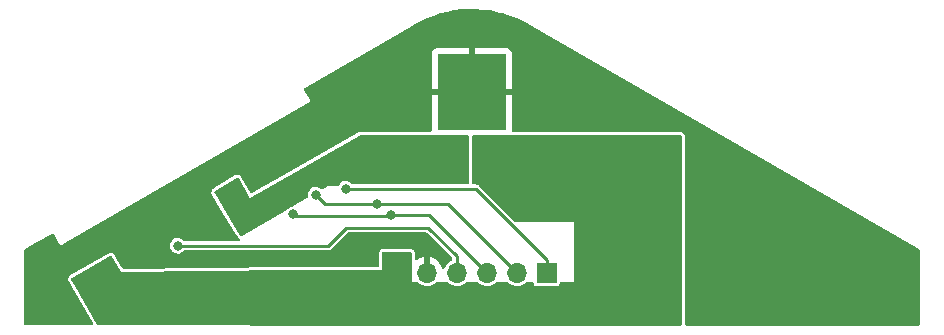
<source format=gbl>
G04 #@! TF.GenerationSoftware,KiCad,Pcbnew,(6.0.2)*
G04 #@! TF.CreationDate,2022-06-23T15:06:55+02:00*
G04 #@! TF.ProjectId,cup_connect,6375705f-636f-46e6-9e65-63742e6b6963,rev?*
G04 #@! TF.SameCoordinates,Original*
G04 #@! TF.FileFunction,Copper,L2,Bot*
G04 #@! TF.FilePolarity,Positive*
%FSLAX46Y46*%
G04 Gerber Fmt 4.6, Leading zero omitted, Abs format (unit mm)*
G04 Created by KiCad (PCBNEW (6.0.2)) date 2022-06-23 15:06:55*
%MOMM*%
%LPD*%
G01*
G04 APERTURE LIST*
G04 #@! TA.AperFunction,ComponentPad*
%ADD10R,1.700000X1.700000*%
G04 #@! TD*
G04 #@! TA.AperFunction,ComponentPad*
%ADD11O,1.700000X1.700000*%
G04 #@! TD*
G04 #@! TA.AperFunction,SMDPad,CuDef*
%ADD12R,1.200000X2.200000*%
G04 #@! TD*
G04 #@! TA.AperFunction,SMDPad,CuDef*
%ADD13R,5.800000X6.400000*%
G04 #@! TD*
G04 #@! TA.AperFunction,ViaPad*
%ADD14C,0.800000*%
G04 #@! TD*
G04 #@! TA.AperFunction,Conductor*
%ADD15C,0.250000*%
G04 #@! TD*
G04 APERTURE END LIST*
D10*
X6325000Y-24130000D03*
D11*
X3785000Y-24130000D03*
X1245000Y-24130000D03*
X-1295000Y-24130000D03*
X-3835000Y-24130000D03*
X-6375000Y-24130000D03*
D12*
X2280000Y-15122000D03*
D13*
X0Y-8822000D03*
D12*
X-2280000Y-15122000D03*
D14*
X-20421600Y-17272000D03*
X-6287000Y-15431000D03*
X-6096000Y-14224000D03*
X2032000Y-7112000D03*
X0Y-11176000D03*
X-2032000Y-9144000D03*
X-25247600Y-19024600D03*
X0Y-9144000D03*
X-23037800Y-17830800D03*
X-24688800Y-20015200D03*
X-22504400Y-18745200D03*
X0Y-7112000D03*
X2032000Y-11176000D03*
X-2032000Y-7112000D03*
X2032000Y-9144000D03*
X-2032000Y-11176000D03*
X-31292800Y-23774400D03*
X5588000Y-14478000D03*
X-24892000Y-21844000D03*
X-10668000Y-17018000D03*
X-13208000Y-17526000D03*
X-8026400Y-18338800D03*
X-6858000Y-19278600D03*
X-15113000Y-19177000D03*
D15*
X-10668000Y-20320000D02*
X-12192000Y-21844000D01*
X-1295000Y-22708000D02*
X-3683000Y-20320000D01*
X-1295000Y-24130000D02*
X-1295000Y-22708000D01*
X-3683000Y-20320000D02*
X-10668000Y-20320000D01*
X-12192000Y-21844000D02*
X-24892000Y-21844000D01*
X6325000Y-23030000D02*
X313000Y-17018000D01*
X313000Y-17018000D02*
X-10668000Y-17018000D01*
X6325000Y-24130000D02*
X6325000Y-23030000D01*
X-13208000Y-17526000D02*
X-12395200Y-18338800D01*
X-2006200Y-18338800D02*
X-8026400Y-18338800D01*
X-12395200Y-18338800D02*
X-8026400Y-18338800D01*
X3785000Y-24130000D02*
X-2006200Y-18338800D01*
X1245000Y-24130000D02*
X-3606400Y-19278600D01*
X-14986000Y-19304000D02*
X-6883400Y-19304000D01*
X-15113000Y-19177000D02*
X-14986000Y-19304000D01*
X-6883400Y-19304000D02*
X-6858000Y-19278600D01*
X-3606400Y-19278600D02*
X-6858000Y-19278600D01*
G04 #@! TA.AperFunction,Conductor*
G36*
X17722121Y-12491402D02*
G01*
X17768614Y-12545058D01*
X17780000Y-12597400D01*
X17780000Y-28469201D01*
X17759998Y-28537322D01*
X17706342Y-28583815D01*
X17653995Y-28595201D01*
X-5749742Y-28594290D01*
X-31630151Y-28593283D01*
X-31698270Y-28573278D01*
X-31739544Y-28529797D01*
X-33622571Y-25234500D01*
X-33906374Y-24737844D01*
X-33922804Y-24668775D01*
X-33899285Y-24601788D01*
X-33859662Y-24566032D01*
X-32646036Y-23869970D01*
X-30638555Y-22718602D01*
X-30569513Y-22702061D01*
X-30502488Y-22725474D01*
X-30467472Y-22763666D01*
X-29808311Y-23876000D01*
X-29718000Y-24028400D01*
X-15312887Y-23929054D01*
X-7638117Y-23876125D01*
X-7620000Y-23876000D01*
X-7620000Y-22478000D01*
X-7599998Y-22409879D01*
X-7546342Y-22363386D01*
X-7494000Y-22352000D01*
X-5206000Y-22352000D01*
X-5137879Y-22372002D01*
X-5091386Y-22425658D01*
X-5080000Y-22478000D01*
X-5080000Y-24892000D01*
X-4686979Y-24892000D01*
X-4618858Y-24912002D01*
X-4599058Y-24927746D01*
X-4537207Y-24987998D01*
X-4537202Y-24988002D01*
X-4533062Y-24992035D01*
X-4364280Y-25104812D01*
X-4358977Y-25107090D01*
X-4358974Y-25107092D01*
X-4227717Y-25163484D01*
X-4177772Y-25184942D01*
X-4104756Y-25201464D01*
X-3985421Y-25228467D01*
X-3985416Y-25228468D01*
X-3979784Y-25229742D01*
X-3974013Y-25229969D01*
X-3974011Y-25229969D01*
X-3914244Y-25232317D01*
X-3776947Y-25237712D01*
X-3669652Y-25222155D01*
X-3581769Y-25209413D01*
X-3581764Y-25209412D01*
X-3576055Y-25208584D01*
X-3570591Y-25206729D01*
X-3570586Y-25206728D01*
X-3389307Y-25145192D01*
X-3389302Y-25145190D01*
X-3383835Y-25143334D01*
X-3206724Y-25044147D01*
X-3159735Y-25005067D01*
X-3058808Y-24921126D01*
X-2993643Y-24892945D01*
X-2978238Y-24892000D01*
X-2146979Y-24892000D01*
X-2078858Y-24912002D01*
X-2059058Y-24927746D01*
X-1997207Y-24987998D01*
X-1997202Y-24988002D01*
X-1993062Y-24992035D01*
X-1824280Y-25104812D01*
X-1818977Y-25107090D01*
X-1818974Y-25107092D01*
X-1687717Y-25163484D01*
X-1637772Y-25184942D01*
X-1564756Y-25201464D01*
X-1445421Y-25228467D01*
X-1445416Y-25228468D01*
X-1439784Y-25229742D01*
X-1434013Y-25229969D01*
X-1434011Y-25229969D01*
X-1374244Y-25232317D01*
X-1236947Y-25237712D01*
X-1129652Y-25222155D01*
X-1041769Y-25209413D01*
X-1041764Y-25209412D01*
X-1036055Y-25208584D01*
X-1030591Y-25206729D01*
X-1030586Y-25206728D01*
X-849307Y-25145192D01*
X-849302Y-25145190D01*
X-843835Y-25143334D01*
X-666724Y-25044147D01*
X-619735Y-25005067D01*
X-518808Y-24921126D01*
X-453643Y-24892945D01*
X-438238Y-24892000D01*
X393021Y-24892000D01*
X461142Y-24912002D01*
X480942Y-24927746D01*
X542793Y-24987998D01*
X542798Y-24988002D01*
X546938Y-24992035D01*
X715720Y-25104812D01*
X721023Y-25107090D01*
X721026Y-25107092D01*
X852283Y-25163484D01*
X902228Y-25184942D01*
X975244Y-25201464D01*
X1094579Y-25228467D01*
X1094584Y-25228468D01*
X1100216Y-25229742D01*
X1105987Y-25229969D01*
X1105989Y-25229969D01*
X1165756Y-25232317D01*
X1303053Y-25237712D01*
X1410348Y-25222155D01*
X1498231Y-25209413D01*
X1498236Y-25209412D01*
X1503945Y-25208584D01*
X1509409Y-25206729D01*
X1509414Y-25206728D01*
X1690693Y-25145192D01*
X1690698Y-25145190D01*
X1696165Y-25143334D01*
X1873276Y-25044147D01*
X1920265Y-25005067D01*
X2021192Y-24921126D01*
X2086357Y-24892945D01*
X2101762Y-24892000D01*
X2933021Y-24892000D01*
X3001142Y-24912002D01*
X3020942Y-24927746D01*
X3082793Y-24987998D01*
X3082798Y-24988002D01*
X3086938Y-24992035D01*
X3255720Y-25104812D01*
X3261023Y-25107090D01*
X3261026Y-25107092D01*
X3392283Y-25163484D01*
X3442228Y-25184942D01*
X3515244Y-25201464D01*
X3634579Y-25228467D01*
X3634584Y-25228468D01*
X3640216Y-25229742D01*
X3645987Y-25229969D01*
X3645989Y-25229969D01*
X3705756Y-25232317D01*
X3843053Y-25237712D01*
X3950348Y-25222155D01*
X4038231Y-25209413D01*
X4038236Y-25209412D01*
X4043945Y-25208584D01*
X4049409Y-25206729D01*
X4049414Y-25206728D01*
X4230693Y-25145192D01*
X4230698Y-25145190D01*
X4236165Y-25143334D01*
X4413276Y-25044147D01*
X4460265Y-25005067D01*
X4561192Y-24921126D01*
X4626357Y-24892945D01*
X4641762Y-24892000D01*
X5095775Y-24892000D01*
X5163896Y-24912002D01*
X5210389Y-24965658D01*
X5220501Y-25003174D01*
X5220501Y-25005066D01*
X5235266Y-25079301D01*
X5242161Y-25089620D01*
X5242162Y-25089622D01*
X5282516Y-25150015D01*
X5291516Y-25163484D01*
X5375699Y-25219734D01*
X5449933Y-25234500D01*
X6324858Y-25234500D01*
X7200066Y-25234499D01*
X7235818Y-25227388D01*
X7262126Y-25222156D01*
X7262128Y-25222155D01*
X7274301Y-25219734D01*
X7284621Y-25212839D01*
X7284622Y-25212838D01*
X7348168Y-25170377D01*
X7358484Y-25163484D01*
X7414734Y-25079301D01*
X7429500Y-25005067D01*
X7429500Y-25003998D01*
X7455414Y-24939820D01*
X7513368Y-24898809D01*
X7554226Y-24892000D01*
X8636000Y-24892000D01*
X8636000Y-19812000D01*
X3695884Y-19812000D01*
X3627763Y-19791998D01*
X3606789Y-19775095D01*
X619478Y-16787784D01*
X604336Y-16769036D01*
X603221Y-16767811D01*
X597571Y-16759060D01*
X589393Y-16752613D01*
X589391Y-16752611D01*
X571200Y-16738271D01*
X566759Y-16734325D01*
X566697Y-16734398D01*
X562733Y-16731039D01*
X559056Y-16727362D01*
X543308Y-16716108D01*
X538638Y-16712602D01*
X498353Y-16680844D01*
X489719Y-16677812D01*
X482266Y-16672486D01*
X433150Y-16657797D01*
X427508Y-16655964D01*
X386633Y-16641610D01*
X386632Y-16641610D01*
X379149Y-16638982D01*
X373584Y-16638500D01*
X370876Y-16638500D01*
X368242Y-16638386D01*
X368144Y-16638357D01*
X368151Y-16638193D01*
X367447Y-16638149D01*
X361222Y-16636287D01*
X307365Y-16638403D01*
X302418Y-16638500D01*
X126000Y-16638500D01*
X57879Y-16618498D01*
X11386Y-16564842D01*
X0Y-16512500D01*
X0Y-12597400D01*
X20002Y-12529279D01*
X73658Y-12482786D01*
X126000Y-12471400D01*
X17654000Y-12471400D01*
X17722121Y-12491402D01*
G37*
G04 #@! TD.AperFunction*
G04 #@! TA.AperFunction,Conductor*
G36*
X-309522Y-12466002D02*
G01*
X-263029Y-12519658D01*
X-253139Y-12588453D01*
X-253038Y-12588460D01*
X-253071Y-12588925D01*
X-252926Y-12589933D01*
X-254000Y-12597400D01*
X-254000Y-16512500D01*
X-274002Y-16580621D01*
X-327658Y-16627114D01*
X-380000Y-16638500D01*
X-10068318Y-16638500D01*
X-10136439Y-16618498D01*
X-10162886Y-16592860D01*
X-10164122Y-16593949D01*
X-10169145Y-16588251D01*
X-10173447Y-16581992D01*
X-10291725Y-16476611D01*
X-10299111Y-16472700D01*
X-10425012Y-16406039D01*
X-10425011Y-16406039D01*
X-10431726Y-16402484D01*
X-10585367Y-16363892D01*
X-10592966Y-16363852D01*
X-10592967Y-16363852D01*
X-10658819Y-16363507D01*
X-10743779Y-16363062D01*
X-10751159Y-16364834D01*
X-10751161Y-16364834D01*
X-10890437Y-16398271D01*
X-10890440Y-16398272D01*
X-10897816Y-16400043D01*
X-11038586Y-16472700D01*
X-11157961Y-16576838D01*
X-11249050Y-16706444D01*
X-11250801Y-16705214D01*
X-11293048Y-16748118D01*
X-11354285Y-16764000D01*
X-12192000Y-16764000D01*
X-12447949Y-16914039D01*
X-12648111Y-17031375D01*
X-12716994Y-17048569D01*
X-12784238Y-17025793D01*
X-12795650Y-17016752D01*
X-12826049Y-16989668D01*
X-12831725Y-16984611D01*
X-12971726Y-16910484D01*
X-13125367Y-16871892D01*
X-13132966Y-16871852D01*
X-13132967Y-16871852D01*
X-13198819Y-16871507D01*
X-13283779Y-16871062D01*
X-13291159Y-16872834D01*
X-13291161Y-16872834D01*
X-13430437Y-16906271D01*
X-13430440Y-16906272D01*
X-13437816Y-16908043D01*
X-13578586Y-16980700D01*
X-13697961Y-17084838D01*
X-13789050Y-17214444D01*
X-13846594Y-17362037D01*
X-13867271Y-17519096D01*
X-13866437Y-17526646D01*
X-13852703Y-17651051D01*
X-13865109Y-17720956D01*
X-13914221Y-17773578D01*
X-13917771Y-17775659D01*
X-15176491Y-18513529D01*
X-15210798Y-18527348D01*
X-15335436Y-18557271D01*
X-15335438Y-18557272D01*
X-15342816Y-18559043D01*
X-15483586Y-18631700D01*
X-15489305Y-18636689D01*
X-15582304Y-18717818D01*
X-15602961Y-18735838D01*
X-15607326Y-18742049D01*
X-15620314Y-18760529D01*
X-15659679Y-18796777D01*
X-19450404Y-21018926D01*
X-19519287Y-21036120D01*
X-19586531Y-21013344D01*
X-19622169Y-20975052D01*
X-21069686Y-18562524D01*
X-21780342Y-17378096D01*
X-21798238Y-17309393D01*
X-21776149Y-17241921D01*
X-21739080Y-17206425D01*
X-19923149Y-16071468D01*
X-19854781Y-16052326D01*
X-19786918Y-16073185D01*
X-19746970Y-16115803D01*
X-18829739Y-17720956D01*
X-18796000Y-17780000D01*
X-17467159Y-17025793D01*
X-9426930Y-12462420D01*
X-9364736Y-12446000D01*
X-377643Y-12446000D01*
X-309522Y-12466002D01*
G37*
G04 #@! TD.AperFunction*
G04 #@! TA.AperFunction,Conductor*
G36*
X5674Y-1802013D02*
G01*
X304324Y-1802272D01*
X312090Y-1802518D01*
X902731Y-1839507D01*
X910467Y-1840232D01*
X1204472Y-1876942D01*
X1497696Y-1913554D01*
X1505347Y-1914750D01*
X2086957Y-2024131D01*
X2094536Y-2025800D01*
X2370514Y-2095555D01*
X2668272Y-2170815D01*
X2675743Y-2172950D01*
X3239464Y-2353056D01*
X3246789Y-2355648D01*
X3798322Y-2570153D01*
X3805473Y-2573191D01*
X4342744Y-2821286D01*
X4349694Y-2824759D01*
X4842348Y-3090245D01*
X4856677Y-3100215D01*
X4862264Y-3103452D01*
X4871580Y-3111647D01*
X4884257Y-3115971D01*
X4906566Y-3126100D01*
X37859407Y-22151432D01*
X37861782Y-22152803D01*
X37910775Y-22204185D01*
X37924782Y-22261971D01*
X37922348Y-28470034D01*
X37902319Y-28538147D01*
X37848645Y-28584619D01*
X37796343Y-28595985D01*
X26604732Y-28595550D01*
X18159994Y-28595221D01*
X18091874Y-28575216D01*
X18045383Y-28521559D01*
X18035357Y-28469201D01*
X18034000Y-28469201D01*
X18034000Y-12597400D01*
X18028196Y-12543410D01*
X18016810Y-12491068D01*
X18009616Y-12464845D01*
X17986403Y-12424080D01*
X17963638Y-12384102D01*
X17963635Y-12384098D01*
X17960575Y-12378724D01*
X17914082Y-12325068D01*
X17881498Y-12293627D01*
X17793681Y-12247691D01*
X17725560Y-12227689D01*
X17721101Y-12227048D01*
X17721097Y-12227047D01*
X17688017Y-12222291D01*
X17654000Y-12217400D01*
X3532426Y-12217400D01*
X3464305Y-12197398D01*
X3417812Y-12143742D01*
X3407163Y-12077789D01*
X3407631Y-12073478D01*
X3408000Y-12066672D01*
X3408000Y-9094115D01*
X3403525Y-9078876D01*
X3402135Y-9077671D01*
X3394452Y-9076000D01*
X-3389884Y-9076000D01*
X-3405123Y-9080475D01*
X-3406328Y-9081865D01*
X-3407999Y-9089548D01*
X-3407999Y-12066000D01*
X-3428001Y-12134121D01*
X-3481657Y-12180614D01*
X-3533999Y-12192000D01*
X-9364736Y-12192000D01*
X-9368773Y-12192524D01*
X-9368774Y-12192524D01*
X-9425538Y-12199891D01*
X-9425541Y-12199892D01*
X-9429574Y-12200415D01*
X-9491768Y-12216835D01*
X-9552306Y-12241520D01*
X-9555837Y-12243524D01*
X-9555845Y-12243528D01*
X-16072371Y-15942097D01*
X-17592535Y-16804893D01*
X-18591858Y-17372076D01*
X-18660972Y-17388306D01*
X-18727891Y-17364591D01*
X-18763449Y-17325010D01*
X-18764241Y-17323623D01*
X-19526436Y-15989784D01*
X-19561654Y-15942097D01*
X-19601602Y-15899479D01*
X-19606585Y-15894797D01*
X-19619090Y-15883045D01*
X-19619094Y-15883042D01*
X-19625061Y-15877435D01*
X-19632272Y-15873546D01*
X-19632274Y-15873545D01*
X-19668040Y-15854258D01*
X-19712292Y-15830395D01*
X-19723747Y-15826874D01*
X-19777466Y-15810362D01*
X-19777477Y-15810359D01*
X-19780155Y-15809536D01*
X-19790898Y-15807258D01*
X-19815633Y-15802013D01*
X-19815635Y-15802013D01*
X-19824449Y-15800144D01*
X-19833436Y-15800834D01*
X-19833437Y-15800834D01*
X-19868971Y-15803563D01*
X-19923264Y-15807732D01*
X-19991632Y-15826874D01*
X-20057769Y-15856076D01*
X-20061585Y-15858461D01*
X-21870952Y-16989315D01*
X-21870959Y-16989320D01*
X-21873700Y-16991033D01*
X-21914751Y-17022970D01*
X-21951820Y-17058466D01*
X-21968925Y-17076532D01*
X-21972719Y-17083272D01*
X-21972720Y-17083273D01*
X-21999122Y-17130174D01*
X-22017542Y-17162894D01*
X-22039631Y-17230366D01*
X-22049828Y-17274483D01*
X-22044036Y-17373419D01*
X-22026140Y-17442122D01*
X-22024397Y-17446272D01*
X-22024396Y-17446275D01*
X-22014768Y-17469199D01*
X-21998145Y-17508778D01*
X-21995832Y-17512633D01*
X-21995830Y-17512637D01*
X-21287489Y-18693206D01*
X-20061569Y-20736405D01*
X-19839972Y-21105734D01*
X-19808102Y-21148098D01*
X-19772464Y-21186390D01*
X-19753877Y-21204424D01*
X-19712138Y-21228484D01*
X-19710657Y-21229338D01*
X-19661629Y-21280687D01*
X-19648145Y-21350392D01*
X-19674487Y-21416321D01*
X-19732292Y-21457542D01*
X-19773583Y-21464500D01*
X-24292318Y-21464500D01*
X-24360439Y-21444498D01*
X-24386886Y-21418860D01*
X-24388122Y-21419949D01*
X-24393145Y-21414251D01*
X-24397447Y-21407992D01*
X-24515725Y-21302611D01*
X-24523111Y-21298700D01*
X-24649012Y-21232039D01*
X-24649011Y-21232039D01*
X-24655726Y-21228484D01*
X-24809367Y-21189892D01*
X-24816966Y-21189852D01*
X-24816967Y-21189852D01*
X-24882819Y-21189507D01*
X-24967779Y-21189062D01*
X-24975159Y-21190834D01*
X-24975161Y-21190834D01*
X-25114437Y-21224271D01*
X-25114440Y-21224272D01*
X-25121816Y-21226043D01*
X-25262586Y-21298700D01*
X-25381961Y-21402838D01*
X-25473050Y-21532444D01*
X-25475810Y-21539524D01*
X-25521298Y-21656195D01*
X-25530594Y-21680037D01*
X-25531586Y-21687570D01*
X-25531586Y-21687571D01*
X-25549517Y-21823774D01*
X-25551271Y-21837096D01*
X-25542969Y-21912291D01*
X-25537671Y-21960275D01*
X-25533887Y-21994553D01*
X-25531277Y-22001684D01*
X-25531277Y-22001686D01*
X-25483897Y-22131158D01*
X-25479447Y-22143319D01*
X-25475211Y-22149622D01*
X-25475211Y-22149623D01*
X-25426141Y-22222646D01*
X-25391092Y-22274805D01*
X-25385474Y-22279917D01*
X-25286451Y-22370020D01*
X-25273924Y-22381419D01*
X-25134707Y-22457008D01*
X-24981478Y-22497207D01*
X-24897523Y-22498526D01*
X-24830681Y-22499576D01*
X-24830678Y-22499576D01*
X-24823084Y-22499695D01*
X-24668668Y-22464329D01*
X-24553567Y-22406440D01*
X-24533928Y-22396563D01*
X-24533925Y-22396561D01*
X-24527145Y-22393151D01*
X-24521374Y-22388222D01*
X-24521371Y-22388220D01*
X-24412458Y-22295199D01*
X-24412457Y-22295198D01*
X-24406686Y-22290269D01*
X-24396414Y-22275974D01*
X-24340419Y-22232326D01*
X-24294091Y-22223500D01*
X-12245920Y-22223500D01*
X-12221972Y-22226049D01*
X-12220307Y-22226128D01*
X-12210124Y-22228320D01*
X-12199783Y-22227096D01*
X-12176777Y-22224373D01*
X-12170846Y-22224023D01*
X-12170854Y-22223928D01*
X-12165676Y-22223500D01*
X-12160476Y-22223500D01*
X-12155347Y-22222646D01*
X-12155344Y-22222646D01*
X-12141435Y-22220331D01*
X-12135557Y-22219494D01*
X-12094999Y-22214694D01*
X-12094998Y-22214694D01*
X-12084659Y-22213470D01*
X-12076407Y-22209507D01*
X-12067374Y-22208004D01*
X-12058205Y-22203057D01*
X-12058203Y-22203056D01*
X-12022268Y-22183666D01*
X-12016975Y-22180969D01*
X-11977918Y-22162215D01*
X-11977914Y-22162212D01*
X-11970768Y-22158781D01*
X-11966492Y-22155186D01*
X-11964569Y-22153263D01*
X-11962637Y-22151491D01*
X-11962558Y-22151448D01*
X-11962445Y-22151572D01*
X-11961905Y-22151096D01*
X-11956186Y-22148010D01*
X-11919583Y-22108413D01*
X-11916154Y-22104848D01*
X-10547710Y-20736405D01*
X-10485398Y-20702379D01*
X-10458615Y-20699500D01*
X-3892384Y-20699500D01*
X-3824263Y-20719502D01*
X-3803289Y-20736405D01*
X-1711405Y-22828289D01*
X-1677379Y-22890601D01*
X-1674500Y-22917384D01*
X-1674500Y-23004839D01*
X-1694502Y-23072960D01*
X-1748158Y-23119453D01*
X-1756882Y-23123049D01*
X-1772537Y-23128824D01*
X-1946990Y-23232612D01*
X-1951330Y-23236418D01*
X-1951334Y-23236421D01*
X-2095267Y-23362648D01*
X-2099608Y-23366455D01*
X-2225280Y-23525869D01*
X-2227969Y-23530980D01*
X-2227971Y-23530983D01*
X-2317411Y-23700980D01*
X-2366830Y-23751952D01*
X-2435963Y-23768115D01*
X-2502859Y-23744336D01*
X-2542997Y-23689973D01*
X-2545045Y-23690863D01*
X-2632028Y-23490814D01*
X-2636895Y-23481739D01*
X-2752574Y-23302926D01*
X-2758864Y-23294757D01*
X-2902194Y-23137240D01*
X-2909727Y-23130215D01*
X-3076861Y-22998222D01*
X-3085448Y-22992517D01*
X-3271883Y-22889599D01*
X-3281295Y-22885369D01*
X-3482041Y-22814280D01*
X-3492012Y-22811646D01*
X-3563163Y-22798972D01*
X-3576460Y-22800432D01*
X-3581000Y-22814989D01*
X-3581000Y-24258000D01*
X-3601002Y-24326121D01*
X-3654658Y-24372614D01*
X-3707000Y-24384000D01*
X-3963000Y-24384000D01*
X-4031121Y-24363998D01*
X-4077614Y-24310342D01*
X-4089000Y-24258000D01*
X-4089000Y-22813102D01*
X-4092918Y-22799758D01*
X-4107194Y-22797771D01*
X-4145676Y-22803660D01*
X-4155712Y-22806051D01*
X-4358132Y-22872212D01*
X-4367641Y-22876209D01*
X-4556537Y-22974542D01*
X-4565262Y-22980036D01*
X-4624347Y-23024399D01*
X-4690831Y-23049305D01*
X-4760227Y-23034313D01*
X-4810501Y-22984183D01*
X-4826000Y-22923639D01*
X-4826000Y-22478000D01*
X-4826480Y-22473537D01*
X-4831442Y-22427374D01*
X-4831443Y-22427367D01*
X-4831804Y-22424010D01*
X-4835626Y-22406440D01*
X-4842830Y-22373322D01*
X-4842832Y-22373315D01*
X-4843190Y-22371668D01*
X-4850384Y-22345445D01*
X-4878996Y-22295199D01*
X-4896362Y-22264702D01*
X-4896365Y-22264698D01*
X-4899425Y-22259324D01*
X-4930096Y-22223928D01*
X-4944078Y-22207791D01*
X-4944083Y-22207786D01*
X-4945918Y-22205668D01*
X-4978502Y-22174227D01*
X-5066319Y-22128291D01*
X-5134440Y-22108289D01*
X-5138899Y-22107648D01*
X-5138903Y-22107647D01*
X-5170220Y-22103145D01*
X-5206000Y-22098000D01*
X-7494000Y-22098000D01*
X-7497347Y-22098360D01*
X-7497351Y-22098360D01*
X-7544626Y-22103442D01*
X-7544633Y-22103443D01*
X-7547990Y-22103804D01*
X-7551290Y-22104522D01*
X-7551291Y-22104522D01*
X-7598678Y-22114830D01*
X-7598685Y-22114832D01*
X-7600332Y-22115190D01*
X-7626555Y-22122384D01*
X-7650791Y-22136185D01*
X-7707298Y-22168362D01*
X-7707302Y-22168365D01*
X-7712676Y-22171425D01*
X-7717353Y-22175478D01*
X-7762611Y-22214694D01*
X-7766332Y-22217918D01*
X-7797773Y-22250502D01*
X-7843709Y-22338319D01*
X-7863711Y-22406440D01*
X-7874000Y-22478000D01*
X-7874000Y-23498612D01*
X-7894002Y-23566733D01*
X-7947658Y-23613226D01*
X-7999131Y-23624609D01*
X-15314639Y-23675060D01*
X-29501492Y-23772901D01*
X-29569749Y-23753369D01*
X-29610758Y-23711139D01*
X-29614090Y-23705515D01*
X-30112058Y-22865194D01*
X-30247298Y-22636977D01*
X-30247299Y-22636975D01*
X-30248958Y-22634176D01*
X-30250901Y-22631558D01*
X-30278307Y-22594633D01*
X-30278309Y-22594631D01*
X-30280251Y-22592014D01*
X-30315267Y-22553822D01*
X-30317216Y-22551899D01*
X-30327808Y-22541446D01*
X-30327812Y-22541443D01*
X-30333337Y-22535991D01*
X-30372243Y-22513069D01*
X-30413388Y-22488827D01*
X-30413391Y-22488826D01*
X-30418725Y-22485683D01*
X-30424571Y-22483641D01*
X-30424573Y-22483640D01*
X-30483093Y-22463198D01*
X-30483096Y-22463197D01*
X-30485750Y-22462270D01*
X-30529660Y-22451207D01*
X-30616482Y-22454577D01*
X-30622509Y-22454811D01*
X-30628691Y-22455051D01*
X-30697733Y-22471592D01*
X-30701910Y-22473250D01*
X-30701912Y-22473251D01*
X-30735957Y-22486768D01*
X-30764925Y-22498269D01*
X-30768828Y-22500508D01*
X-30768831Y-22500509D01*
X-32495488Y-23490814D01*
X-32772406Y-23649637D01*
X-33986032Y-24345699D01*
X-34029829Y-24377461D01*
X-34032314Y-24379704D01*
X-34032322Y-24379710D01*
X-34068207Y-24412093D01*
X-34068217Y-24412103D01*
X-34069452Y-24413217D01*
X-34088500Y-24432337D01*
X-34138943Y-24517645D01*
X-34140994Y-24523487D01*
X-34160878Y-24580121D01*
X-34162462Y-24584632D01*
X-34173594Y-24628518D01*
X-34173259Y-24637523D01*
X-34173259Y-24637524D01*
X-34173188Y-24639422D01*
X-34169909Y-24727556D01*
X-34153479Y-24796625D01*
X-34126908Y-24863863D01*
X-34058834Y-24982992D01*
X-33843105Y-25360519D01*
X-32103546Y-28404748D01*
X-32087116Y-28473817D01*
X-32110635Y-28540805D01*
X-32166637Y-28584443D01*
X-32212948Y-28593261D01*
X-37796248Y-28593043D01*
X-37864368Y-28573038D01*
X-37910859Y-28519381D01*
X-37922243Y-28466994D01*
X-37919809Y-22258999D01*
X-37899780Y-22190888D01*
X-37856811Y-22149933D01*
X-36979422Y-21643372D01*
X-36979420Y-21643371D01*
X-36968419Y-21637020D01*
X-35579228Y-20834969D01*
X-35510233Y-20818231D01*
X-35443141Y-20841451D01*
X-35407110Y-20881087D01*
X-35031049Y-21532444D01*
X-34990821Y-21602122D01*
X-34980627Y-21624620D01*
X-34976418Y-21637020D01*
X-34968239Y-21646346D01*
X-34968237Y-21646350D01*
X-34959604Y-21656194D01*
X-34959601Y-21656197D01*
X-34909794Y-21712992D01*
X-34819167Y-21757684D01*
X-34806782Y-21758496D01*
X-34806781Y-21758496D01*
X-34778619Y-21760342D01*
X-34718336Y-21764293D01*
X-34718335Y-21764293D01*
X-34646803Y-21740011D01*
X-34646801Y-21740010D01*
X-34634398Y-21735800D01*
X-34634397Y-21735799D01*
X-34622651Y-21731812D01*
X-34613325Y-21723633D01*
X-34613321Y-21723631D01*
X-34612800Y-21723174D01*
X-34592726Y-21708790D01*
X-13872944Y-9746217D01*
X-13850446Y-9736023D01*
X-13849788Y-9735800D01*
X-13849787Y-9735800D01*
X-13838040Y-9731812D01*
X-13762068Y-9665187D01*
X-13717376Y-9574560D01*
X-13710767Y-9473729D01*
X-13735049Y-9402197D01*
X-13735050Y-9402195D01*
X-13735056Y-9402180D01*
X-13739260Y-9389797D01*
X-13739261Y-9389796D01*
X-13743250Y-9378044D01*
X-13751880Y-9368203D01*
X-13766269Y-9348124D01*
X-13919993Y-9081865D01*
X-14182558Y-8627090D01*
X-14199296Y-8558095D01*
X-14196455Y-8549885D01*
X-3408000Y-8549885D01*
X-3403525Y-8565124D01*
X-3402135Y-8566329D01*
X-3394452Y-8568000D01*
X-272115Y-8568000D01*
X-256876Y-8563525D01*
X-255671Y-8562135D01*
X-254000Y-8554452D01*
X-254000Y-8549885D01*
X254000Y-8549885D01*
X258475Y-8565124D01*
X259865Y-8566329D01*
X267548Y-8568000D01*
X3389884Y-8568000D01*
X3405123Y-8563525D01*
X3406328Y-8562135D01*
X3407999Y-8554452D01*
X3407999Y-5577331D01*
X3407629Y-5570510D01*
X3402105Y-5519648D01*
X3398479Y-5504396D01*
X3353324Y-5383946D01*
X3344786Y-5368351D01*
X3268285Y-5266276D01*
X3255724Y-5253715D01*
X3153649Y-5177214D01*
X3138054Y-5168676D01*
X3017606Y-5123522D01*
X3002351Y-5119895D01*
X2951486Y-5114369D01*
X2944672Y-5114000D01*
X272115Y-5114000D01*
X256876Y-5118475D01*
X255671Y-5119865D01*
X254000Y-5127548D01*
X254000Y-8549885D01*
X-254000Y-8549885D01*
X-254000Y-5132116D01*
X-258475Y-5116877D01*
X-259865Y-5115672D01*
X-267548Y-5114001D01*
X-2944669Y-5114001D01*
X-2951490Y-5114371D01*
X-3002352Y-5119895D01*
X-3017604Y-5123521D01*
X-3138054Y-5168676D01*
X-3153649Y-5177214D01*
X-3255724Y-5253715D01*
X-3268285Y-5266276D01*
X-3344786Y-5368351D01*
X-3353324Y-5383946D01*
X-3398478Y-5504394D01*
X-3402105Y-5519649D01*
X-3407631Y-5570514D01*
X-3408000Y-5577328D01*
X-3408000Y-8549885D01*
X-14196455Y-8549885D01*
X-14176076Y-8491003D01*
X-14136439Y-8454971D01*
X-4891856Y-3117608D01*
X-4869334Y-3107406D01*
X-4868719Y-3107197D01*
X-4868718Y-3107197D01*
X-4856969Y-3103211D01*
X-4847637Y-3095032D01*
X-4842058Y-3091812D01*
X-4827706Y-3081864D01*
X-4334588Y-2817229D01*
X-4327631Y-2813768D01*
X-3789932Y-2566606D01*
X-3782775Y-2563580D01*
X-3230868Y-2350031D01*
X-3223539Y-2347452D01*
X-2659520Y-2168328D01*
X-2652045Y-2166205D01*
X-2088673Y-2024848D01*
X-2078031Y-2022178D01*
X-2070451Y-2020523D01*
X-1843838Y-1978312D01*
X-1488684Y-1912157D01*
X-1481005Y-1910970D01*
X-893648Y-1838666D01*
X-885911Y-1837955D01*
X-652359Y-1823735D01*
X-295213Y-1801991D01*
X-287470Y-1801758D01*
X5674Y-1802013D01*
G37*
G04 #@! TD.AperFunction*
M02*

</source>
